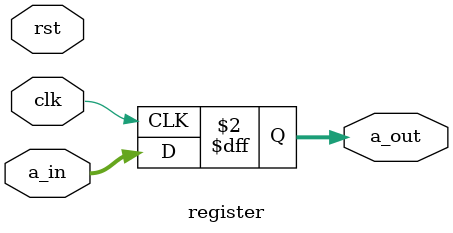
<source format=v>
module register(
    input clk,
    input rst,
    input [31:0]a_in,
    output reg [31:0]a_out);

    always @ (posedge clk)
    begin 
        a_out = a_in;
    end

endmodule



</source>
